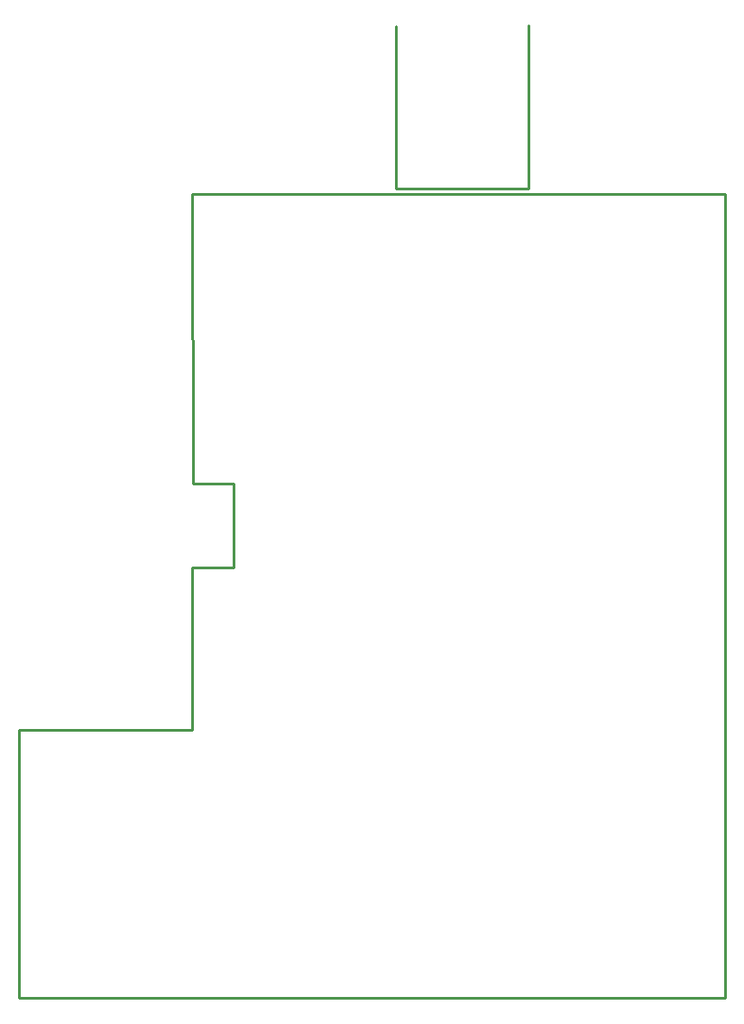
<source format=gko>
G04 Layer: BoardOutlineLayer*
G04 EasyEDA Pro v2.2.45.4, 2026-01-30 15:44:45*
G04 Gerber Generator version 0.3*
G04 Scale: 100 percent, Rotated: No, Reflected: No*
G04 Dimensions in millimeters*
G04 Leading zeros omitted, absolute positions, 4 integers and 5 decimals*
G04 Generated by one-click*
%FSLAX45Y45*%
%MOMM*%
%ADD10C,0.254*%
%ADD11C,0.2598*%
G75*


G04 PolygonModel Start*
G54D10*
G01X437990Y-6585600D02*
G01X7070100Y-6585600D01*
G01X7070100Y965200D01*
G01X2064838Y965200D01*
G01X2066594Y-1756625D01*
G01X2448811Y-1756378D01*
G01X2448811Y-2539439D01*
G01X2066241Y-2539439D01*
G01X2066241Y-4069346D01*
G01X438374Y-4069098D01*
G01X437990Y-6585600D01*
G01X3972400Y2536995D02*
G01X3972400Y1010199D01*
G01X5222397Y1010199D01*
G01X5222397Y2545997D01*

M02*


</source>
